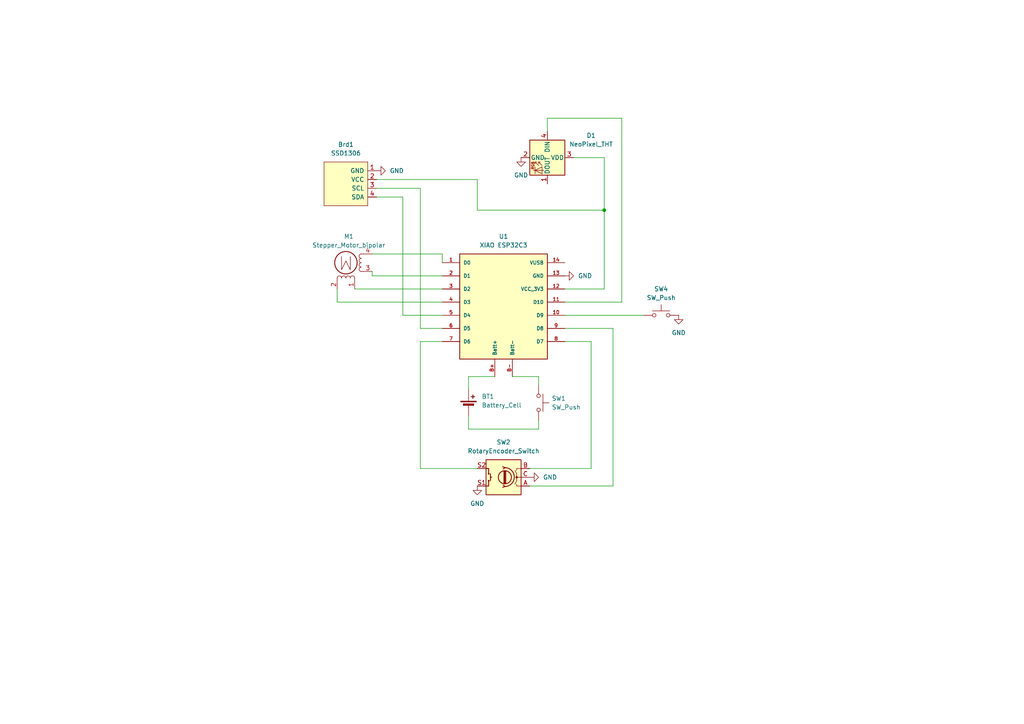
<source format=kicad_sch>
(kicad_sch (version 20250114) (generator "eeschema") (generator_version "9.0")
  (paper "A4")
  (title_block (title "Display Device: Desktop Hydration Gauge") (date "2026-01-26") (company "Smart Water Intake Tracker") (comment 1 "Zihan Yang"))
  (lib_symbols
    (symbol "Device:Battery_Cell" (pin_numbers (hide yes)) (pin_names (offset 0) (hide yes))
      (property "Reference" "BT" (at 2.54 2.54 0))
      (property "Value" "Battery_Cell" (at 2.54 0 0))
      (symbol "Battery_Cell_0_1"
        (rectangle (start -2.286 1.778) (end 2.286 1.524) (fill (type outline)))
        (rectangle (start -1.524 1.016) (end 1.524 0.508) (fill (type outline)))
        (polyline (pts (xy 0 1.778) (xy 0 2.54)))
        (polyline (pts (xy 0 0.762) (xy 0 0)))
        (polyline (pts (xy 0.762 3.048) (xy 1.778 3.048)) (stroke (width 0.254)))
        (polyline (pts (xy 1.27 3.556) (xy 1.27 2.54)) (stroke (width 0.254)))
      )
      (symbol "Battery_Cell_1_1"
        (pin passive line (at 0 5.08 270) (length 2.54) (name "+") (number "1"))
        (pin passive line (at 0 -2.54 90) (length 2.54) (name "-") (number "2"))
      )
    )
    (symbol "Device:RotaryEncoder_Switch" (pin_names (offset 0.254) (hide yes))
      (property "Reference" "SW" (at 0 6.604 0))
      (property "Value" "RotaryEncoder_Switch" (at 0 -6.604 0))
      (symbol "RotaryEncoder_Switch_0_1"
        (rectangle (start -5.08 5.08) (end 5.08 -5.08) (stroke (width 0.254)) (fill (type background)))
        (polyline (pts (xy -5.08 2.54) (xy -3.81 2.54) (xy -3.81 2.032)))
        (polyline (pts (xy -5.08 0) (xy -3.81 0) (xy -3.81 -1.016) (xy -3.302 -2.032)))
        (polyline (pts (xy -5.08 -2.54) (xy -3.81 -2.54) (xy -3.81 -2.032)))
        (polyline (pts (xy -4.318 0) (xy -3.81 0) (xy -3.81 1.016) (xy -3.302 2.032)))
        (circle (center -3.81 0) (radius 0.254) (fill (type outline)))
        (polyline (pts (xy -0.635 -1.778) (xy -0.635 1.778)) (stroke (width 0.254)))
        (circle (center -0.381 0) (radius 1.905) (stroke (width 0.254)))
        (polyline (pts (xy -0.381 -1.778) (xy -0.381 1.778)) (stroke (width 0.254)))
        (arc (start -0.381 -2.794) (mid -3.0988 -0.0635) (end -0.381 2.667) (stroke (width 0.254)))
        (polyline (pts (xy -0.127 1.778) (xy -0.127 -1.778)) (stroke (width 0.254)))
        (polyline (pts (xy 0.254 2.921) (xy -0.508 2.667) (xy 0.127 2.286)) (stroke (width 0.254)))
        (polyline (pts (xy 0.254 -3.048) (xy -0.508 -2.794) (xy 0.127 -2.413)) (stroke (width 0.254)))
        (polyline (pts (xy 3.81 1.016) (xy 3.81 -1.016)) (stroke (width 0.254)))
        (polyline (pts (xy 3.81 0) (xy 3.429 0)) (stroke (width 0.254)))
        (circle (center 4.318 1.016) (radius 0.127) (stroke (width 0.254)))
        (circle (center 4.318 -1.016) (radius 0.127) (stroke (width 0.254)))
        (polyline (pts (xy 5.08 2.54) (xy 4.318 2.54) (xy 4.318 1.016)) (stroke (width 0.254)))
        (polyline (pts (xy 5.08 -2.54) (xy 4.318 -2.54) (xy 4.318 -1.016)) (stroke (width 0.254)))
      )
      (symbol "RotaryEncoder_Switch_1_1"
        (pin passive line (at -7.62 2.54 0) (length 2.54) (name "A") (number "A"))
        (pin passive line (at -7.62 0 0) (length 2.54) (name "C") (number "C"))
        (pin passive line (at -7.62 -2.54 0) (length 2.54) (name "B") (number "B"))
        (pin passive line (at 7.62 2.54 180) (length 2.54) (name "S1") (number "S1"))
        (pin passive line (at 7.62 -2.54 180) (length 2.54) (name "S2") (number "S2"))
      )
    )
    (symbol "LED:NeoPixel_THT" (pin_names (offset 0.254))
      (property "Reference" "D" (at 5.08 5.715 0))
      (property "Value" "NeoPixel_THT" (at 1.27 -5.715 0))
      (symbol "NeoPixel_THT_0_0"
        (text "RGB" (at 2.286 -4.191 0) (effects (font (size 0.762 0.762))))
      )
      (symbol "NeoPixel_THT_0_1"
        (polyline (pts (xy 1.27 -2.54) (xy 1.778 -2.54)))
        (polyline (pts (xy 1.27 -3.556) (xy 1.778 -3.556)))
        (polyline (pts (xy 2.286 -1.524) (xy 1.27 -2.54) (xy 1.27 -2.032)))
        (polyline (pts (xy 2.286 -2.54) (xy 1.27 -3.556) (xy 1.27 -3.048)))
        (polyline (pts (xy 3.683 -1.016) (xy 3.683 -3.556) (xy 3.683 -4.064)))
        (polyline (pts (xy 4.699 -1.524) (xy 2.667 -1.524) (xy 3.683 -3.556) (xy 4.699 -1.524)))
        (polyline (pts (xy 4.699 -3.556) (xy 2.667 -3.556)))
        (rectangle (start 5.08 5.08) (end -5.08 -5.08) (stroke (width 0.254)) (fill (type background)))
      )
      (symbol "NeoPixel_THT_1_1"
        (pin input line (at -7.62 0 0) (length 2.54) (name "DIN") (number "4"))
        (pin power_in line (at 0 7.62 270) (length 2.54) (name "VDD") (number "3"))
        (pin power_in line (at 0 -7.62 90) (length 2.54) (name "GND") (number "2"))
        (pin output line (at 7.62 0 180) (length 2.54) (name "DOUT") (number "1"))
      )
    )
    (symbol "Motor:Stepper_Motor_bipolar" (pin_names (offset 0) (hide yes))
      (property "Reference" "M" (at 3.81 2.54 0))
      (property "Value" "Stepper_Motor_bipolar" (at 3.81 1.27 0))
      (symbol "Stepper_Motor_bipolar_0_0"
        (polyline (pts (xy -1.27 -1.778) (xy -1.27 2.032) (xy 0 -0.508) (xy 1.27 2.032) (xy 1.27 -1.778)))
      )
      (symbol "Stepper_Motor_bipolar_0_1"
        (polyline (pts (xy -5.08 2.54) (xy -4.445 2.54)))
        (polyline (pts (xy -5.08 -2.54) (xy -4.445 -2.54)))
        (arc (start -4.445 2.54) (mid -3.8127 1.905) (end -4.445 1.27))
        (arc (start -4.445 1.27) (mid -3.8127 0.635) (end -4.445 0))
        (arc (start -4.445 0) (mid -3.8127 -0.635) (end -4.445 -1.27))
        (arc (start -4.445 -1.27) (mid -3.8127 -1.905) (end -4.445 -2.54))
        (polyline (pts (xy -2.54 5.08) (xy -2.54 4.445)))
        (arc (start -1.27 4.445) (mid -1.905 3.8127) (end -2.54 4.445))
        (arc (start 0 4.445) (mid -0.635 3.8127) (end -1.27 4.445))
        (circle (center 0 0) (radius 3.2512) (stroke (width 0.254)))
        (arc (start 1.27 4.445) (mid 0.635 3.8127) (end 0 4.445))
        (arc (start 2.54 4.445) (mid 1.905 3.8127) (end 1.27 4.445))
        (polyline (pts (xy 2.54 5.08) (xy 2.54 4.445)))
      )
      (symbol "Stepper_Motor_bipolar_1_1"
        (pin passive line (at -7.62 2.54 0) (length 2.54) (name "~") (number "3"))
        (pin passive line (at -7.62 -2.54 0) (length 2.54) (name "~") (number "4"))
        (pin passive line (at -2.54 7.62 270) (length 2.54) (name "~") (number "1"))
        (pin passive line (at 2.54 7.62 270) (length 2.54) (name "-") (number "2"))
      )
    )
    (symbol "SSD1306-128x64_OLED:SSD1306" (pin_names (offset 1.016))
      (property "Reference" "Brd" (at 0 -3.81 0))
      (property "Value" "SSD1306" (at 0 -1.27 0))
      (symbol "SSD1306_0_1"
        (rectangle (start -6.35 6.35) (end 6.35 -6.35) (fill (type background)))
      )
      (symbol "SSD1306_1_1"
        (pin input line (at -3.81 8.89 270) (length 2.54) (name "GND") (number "1"))
        (pin input line (at -1.27 8.89 270) (length 2.54) (name "VCC") (number "2"))
        (pin input line (at 1.27 8.89 270) (length 2.54) (name "SCL") (number "3"))
        (pin input line (at 3.81 8.89 270) (length 2.54) (name "SDA") (number "4"))
      )
    )
    (symbol "Switch:SW_Push" (pin_numbers (hide yes)) (pin_names (offset 1.016) (hide yes))
      (property "Reference" "SW" (at 1.27 2.54 0))
      (property "Value" "SW_Push" (at 0 -1.524 0))
      (symbol "SW_Push_0_1"
        (circle (center -2.032 0) (radius 0.508))
        (polyline (pts (xy 0 1.27) (xy 0 3.048)))
        (circle (center 2.032 0) (radius 0.508))
        (polyline (pts (xy 2.54 1.27) (xy -2.54 1.27)))
        (pin passive line (at -5.08 0 0) (length 2.54) (name "1") (number "1"))
        (pin passive line (at 5.08 0 180) (length 2.54) (name "2") (number "2"))
      )
    )
    (symbol "power:GND" (power) (pin_numbers (hide yes)) (pin_names (offset 0) (hide yes))
      (property "Value" "GND" (at 0 -3.81 0))
      (symbol "GND_0_1"
        (polyline (pts (xy 0 0) (xy 0 -1.27) (xy 1.27 -1.27) (xy 0 -2.54) (xy -1.27 -1.27) (xy 0 -1.27)))
      )
      (symbol "GND_1_1"
        (pin power_in line (at 0 0 270) (length 0) (name "~") (number "1"))
      )
    )
    (symbol "xiao_esp32c3:XIAO ESP32C3" (pin_names (offset 1.016))
      (property "Reference" "U" (at -12.7 16.002 0))
      (property "Value" "XIAO ESP32C3" (at 7.62 -19.05 0))
      (symbol "XIAO ESP32C3_0_0"
        (rectangle (start -12.7 15.24) (end 12.7 -15.24) (stroke (width 0.254)) (fill (type background)))
        (pin bidirectional line (at -17.78 12.7 0) (length 5.08) (name "D0") (number "1"))
        (pin bidirectional line (at -17.78 8.89 0) (length 5.08) (name "D1") (number "2"))
        (pin bidirectional line (at -17.78 5.08 0) (length 5.08) (name "D2") (number "3"))
        (pin bidirectional line (at -17.78 1.27 0) (length 5.08) (name "D3") (number "4"))
        (pin bidirectional line (at -17.78 -2.54 0) (length 5.08) (name "D4") (number "5"))
        (pin bidirectional line (at -17.78 -6.35 0) (length 5.08) (name "D5") (number "6"))
        (pin power_in line (at 17.78 12.7 180) (length 5.08) (name "VUSB") (number "14"))
        (pin power_in line (at 17.78 8.89 180) (length 5.08) (name "GND") (number "13"))
        (pin power_in line (at 17.78 5.08 180) (length 5.08) (name "VCC_3V3") (number "12"))
        (pin bidirectional line (at 17.78 1.27 180) (length 5.08) (name "D10") (number "11"))
        (pin bidirectional line (at 17.78 -2.54 180) (length 5.08) (name "D9") (number "10"))
        (pin bidirectional line (at 17.78 -6.35 180) (length 5.08) (name "D8") (number "9"))
      )
      (symbol "XIAO ESP32C3_1_0"
        (pin bidirectional line (at -17.78 -10.16 0) (length 5.08) (name "D6") (number "7"))
        (pin power_in line (at -2.54 -20.32 90) (length 5.08) (name "Batt+") (number "B+"))
        (pin power_in line (at 2.54 -20.32 90) (length 5.08) (name "Batt-") (number "B-"))
        (pin bidirectional line (at 17.78 -10.16 180) (length 5.08) (name "D7") (number "8"))
      )
    )
  )
  (junction (at 175.26 60.96))
  (wire (pts (xy 97.79 83.82) (xy 97.79 87.63)))
  (wire (pts (xy 116.84 91.44) (xy 128.27 91.44)))
  (wire (pts (xy 171.45 135.89) (xy 171.45 99.06)))
  (wire (pts (xy 175.26 83.82) (xy 163.83 83.82)))
  (wire (pts (xy 177.8 140.97) (xy 177.8 95.25)))
  (wire (pts (xy 166.37 45.72) (xy 175.26 45.72)))
  (wire (pts (xy 116.84 57.15) (xy 116.84 91.44)))
  (wire (pts (xy 175.26 60.96) (xy 175.26 83.82)))
  (wire (pts (xy 107.95 73.66) (xy 128.27 73.66)))
  (wire (pts (xy 171.45 99.06) (xy 163.83 99.06)))
  (wire (pts (xy 180.34 34.29) (xy 180.34 87.63)))
  (wire (pts (xy 158.75 34.29) (xy 180.34 34.29)))
  (wire (pts (xy 153.67 135.89) (xy 171.45 135.89)))
  (wire (pts (xy 177.8 95.25) (xy 163.83 95.25)))
  (wire (pts (xy 107.95 78.74) (xy 107.95 80.01)))
  (wire (pts (xy 121.92 54.61) (xy 121.92 95.25)))
  (wire (pts (xy 143.51 109.22) (xy 135.89 109.22)))
  (wire (pts (xy 135.89 120.65) (xy 135.89 124.46)))
  (wire (pts (xy 109.22 54.61) (xy 121.92 54.61)))
  (wire (pts (xy 138.43 135.89) (xy 121.92 135.89)))
  (wire (pts (xy 156.21 109.22) (xy 156.21 111.76)))
  (wire (pts (xy 109.22 52.07) (xy 138.43 52.07)))
  (wire (pts (xy 148.59 109.22) (xy 156.21 109.22)))
  (wire (pts (xy 102.87 83.82) (xy 128.27 83.82)))
  (wire (pts (xy 153.67 140.97) (xy 177.8 140.97)))
  (wire (pts (xy 97.79 87.63) (xy 128.27 87.63)))
  (wire (pts (xy 121.92 95.25) (xy 128.27 95.25)))
  (wire (pts (xy 138.43 60.96) (xy 175.26 60.96)))
  (wire (pts (xy 121.92 99.06) (xy 128.27 99.06)))
  (wire (pts (xy 107.95 80.01) (xy 128.27 80.01)))
  (wire (pts (xy 175.26 45.72) (xy 175.26 60.96)))
  (wire (pts (xy 109.22 57.15) (xy 116.84 57.15)))
  (wire (pts (xy 180.34 87.63) (xy 163.83 87.63)))
  (wire (pts (xy 128.27 73.66) (xy 128.27 76.2)))
  (wire (pts (xy 121.92 135.89) (xy 121.92 99.06)))
  (wire (pts (xy 163.83 91.44) (xy 186.69 91.44)))
  (wire (pts (xy 156.21 124.46) (xy 156.21 121.92)))
  (wire (pts (xy 135.89 124.46) (xy 156.21 124.46)))
  (wire (pts (xy 158.75 38.1) (xy 158.75 34.29)))
  (wire (pts (xy 138.43 52.07) (xy 138.43 60.96)))
  (wire (pts (xy 135.89 109.22) (xy 135.89 113.03)))
  (symbol (lib_id "power:GND") (at 151.13 45.72 0) (unit 1)
    (property "Reference" "#PWR03" (effects (hide yes)))
    (property "Value" "GND" (at 151.13 50.8 0))
    (property "Description" "Power symbol creates a global label with name \"GND\" , ground" (effects (hide yes)))
  )
  (symbol (lib_id "xiao_esp32c3:XIAO ESP32C3") (at 146.05 88.9 0) (unit 1)
    (property "Reference" "U1" (at 146.05 68.58 0))
    (property "Value" "XIAO ESP32C3" (at 146.05 71.12 0))
    (property "Footprint" "XIAO_ESP32C3:xiao_esp32c3" (effects (hide yes)))
    (property "Datasheet" "https://files.seeedstudio.com/wiki/Seeed-Studio-XIAO-ESP32/esp32-c3_datasheet.pdf" (effects (hide yes)))
    (property "Description" "ESP32C3 Transceiver Evaluation Board" (effects (hide yes)))
    (property "MANUFACTURER" "Seeed Technology" (effects (hide yes)))
  )
  (symbol (lib_id "Device:RotaryEncoder_Switch") (at 146.05 138.43 180) (unit 1)
    (property "Reference" "SW2" (at 146.05 128.27 0))
    (property "Value" "RotaryEncoder_Switch" (at 146.05 130.81 0))
    (property "Description" "Rotary encoder, dual channel, incremental quadrate outputs, with switch" (effects (hide yes)))
  )
  (symbol (lib_id "SSD1306-128x64_OLED:SSD1306") (at 100.33 53.34 270) (unit 1)
    (property "Reference" "Brd1" (at 100.33 41.91 90))
    (property "Value" "SSD1306" (at 100.33 44.45 90))
    (property "Description" "SSD1306 OLED" (effects (hide yes)))
  )
  (symbol (lib_id "power:GND") (at 109.22 49.53 90) (unit 1)
    (property "Reference" "#PWR05" (effects (hide yes)))
    (property "Value" "GND" (at 113.03 49.5299 90) (effects (justify right)))
    (property "Description" "Power symbol creates a global label with name \"GND\" , ground" (effects (hide yes)))
  )
  (symbol (lib_id "power:GND") (at 138.43 140.97 0) (unit 1)
    (property "Reference" "#PWR02" (effects (hide yes)))
    (property "Value" "GND" (at 138.43 146.05 0))
    (property "Description" "Power symbol creates a global label with name \"GND\" , ground" (effects (hide yes)))
  )
  (symbol (lib_id "Motor:Stepper_Motor_bipolar") (at 100.33 76.2 180) (unit 1)
    (property "Reference" "M1" (at 101.1809 68.58 0))
    (property "Value" "Stepper_Motor_bipolar" (at 101.1809 71.12 0))
    (property "Datasheet" "http://www.infineon.com/dgdl/Application-Note-TLE8110EE_driving_UniPolarStepperMotor_V1.1.pdf?fileId=db3a30431be39b97011be5d0aa0a00b0" (effects (hide yes)))
    (property "Description" "4-wire bipolar stepper motor" (effects (hide yes)))
  )
  (symbol (lib_id "Device:Battery_Cell") (at 135.89 118.11 0) (unit 1)
    (property "Reference" "BT1" (at 139.7 114.9984 0) (effects (justify left)))
    (property "Value" "Battery_Cell" (at 139.7 117.5384 0) (effects (justify left)))
    (property "Description" "Single-cell battery" (effects (hide yes)))
  )
  (symbol (lib_id "power:GND") (at 163.83 80.01 90) (unit 1)
    (property "Reference" "#PWR01" (effects (hide yes)))
    (property "Value" "GND" (at 167.64 80.0099 90) (effects (justify right)))
    (property "Description" "Power symbol creates a global label with name \"GND\" , ground" (effects (hide yes)))
  )
  (symbol (lib_id "Switch:SW_Push") (at 191.77 91.44 0) (unit 1)
    (property "Reference" "SW4" (at 191.77 83.82 0))
    (property "Value" "SW_Push" (at 191.77 86.36 0))
    (property "Description" "Push button switch, generic, two pins" (effects (hide yes)))
  )
  (symbol (lib_id "Switch:SW_Push") (at 156.21 116.84 270) (unit 1)
    (property "Reference" "SW1" (at 160.02 115.5699 90) (effects (justify left)))
    (property "Value" "SW_Push" (at 160.02 118.1099 90) (effects (justify left)))
    (property "Description" "Push button switch, generic, two pins" (effects (hide yes)))
  )
  (symbol (lib_id "power:GND") (at 153.67 138.43 90) (unit 1)
    (property "Reference" "#PWR04" (effects (hide yes)))
    (property "Value" "GND" (at 157.48 138.4299 90) (effects (justify right)))
    (property "Description" "Power symbol creates a global label with name \"GND\" , ground" (effects (hide yes)))
  )
  (symbol (lib_id "LED:NeoPixel_THT") (at 158.75 45.72 270) (unit 1)
    (property "Reference" "D1" (at 171.45 39.2998 90))
    (property "Value" "NeoPixel_THT" (at 171.45 41.8398 90))
    (property "Datasheet" "https://www.adafruit.com/product/1938" (effects (hide yes)))
    (property "Description" "RGB LED with integrated controller, 5mm/8mm LED package" (effects (hide yes)))
  )
  (symbol (lib_id "power:GND") (at 196.85 91.44 0) (unit 1)
    (property "Reference" "#PWR06" (effects (hide yes)))
    (property "Value" "GND" (at 196.85 96.52 0))
    (property "Description" "Power symbol creates a global label with name \"GND\" , ground" (effects (hide yes)))
  )
)
</source>
